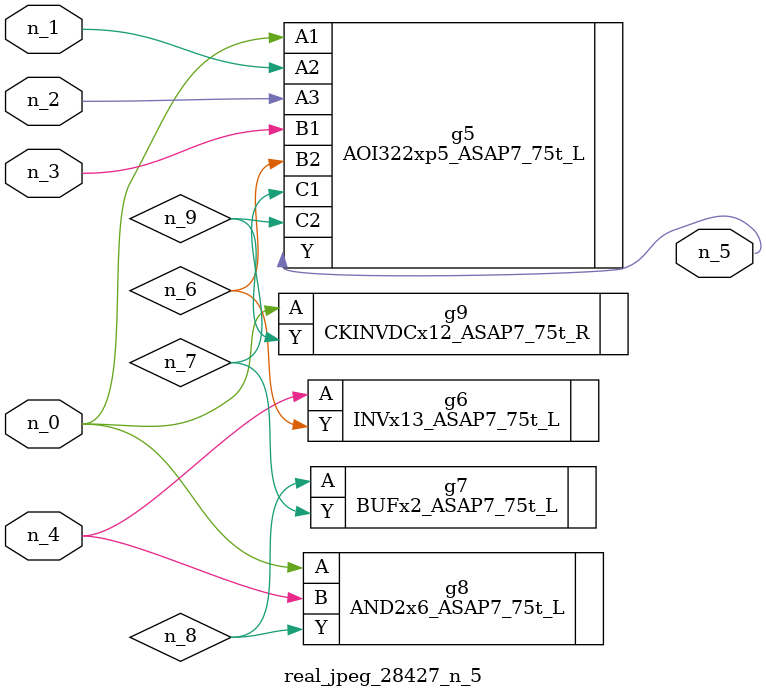
<source format=v>
module real_jpeg_28427_n_5 (n_4, n_0, n_1, n_2, n_3, n_5);

input n_4;
input n_0;
input n_1;
input n_2;
input n_3;

output n_5;

wire n_8;
wire n_6;
wire n_7;
wire n_9;

AOI322xp5_ASAP7_75t_L g5 ( 
.A1(n_0),
.A2(n_1),
.A3(n_2),
.B1(n_3),
.B2(n_6),
.C1(n_7),
.C2(n_9),
.Y(n_5)
);

AND2x6_ASAP7_75t_L g8 ( 
.A(n_0),
.B(n_4),
.Y(n_8)
);

CKINVDCx12_ASAP7_75t_R g9 ( 
.A(n_0),
.Y(n_9)
);

INVx13_ASAP7_75t_L g6 ( 
.A(n_4),
.Y(n_6)
);

BUFx2_ASAP7_75t_L g7 ( 
.A(n_8),
.Y(n_7)
);


endmodule
</source>
